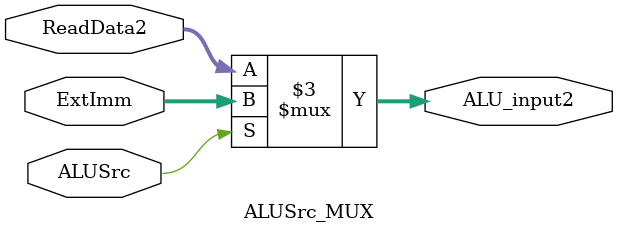
<source format=v>
`timescale 1ns / 1ps

module ALUSrc_MUX(
    input wire [31:0] ReadData2,       
    input wire [31:0] ExtImm,          
    input wire ALUSrc,                 
    output reg [31:0] ALU_input2       
);

    always @(*) begin
        if (ALUSrc) 
            ALU_input2 = ExtImm;      
        else 
            ALU_input2 = ReadData2;    
    end

endmodule
</source>
